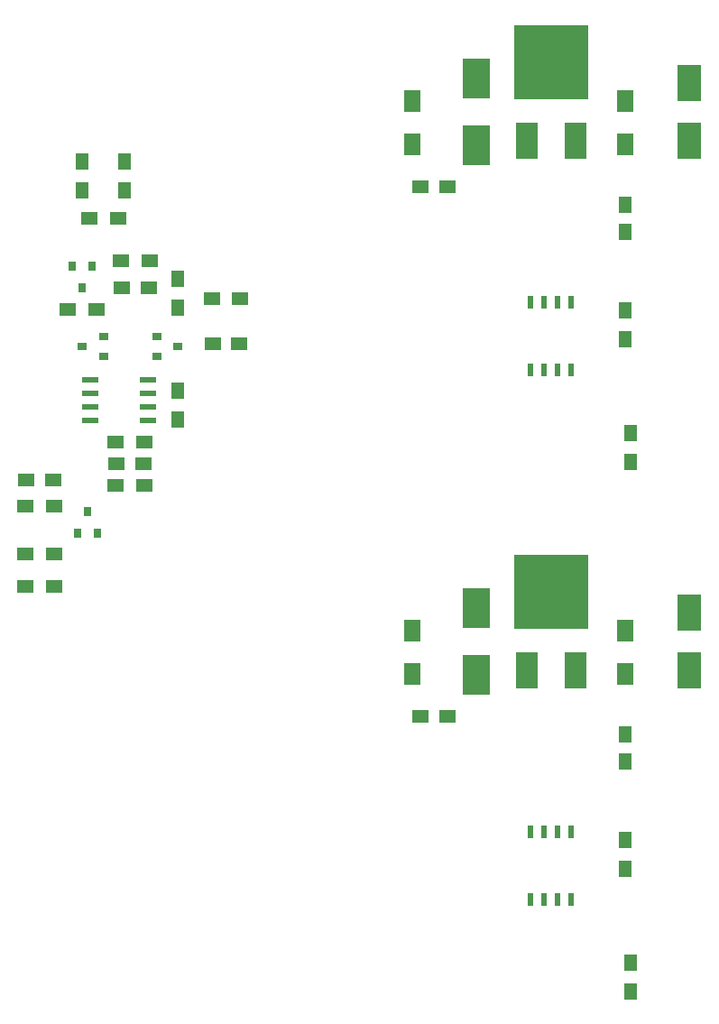
<source format=gbp>
G04 #@! TF.GenerationSoftware,KiCad,Pcbnew,(5.1.5)-3*
G04 #@! TF.CreationDate,2021-12-07T14:22:12+01:00*
G04 #@! TF.ProjectId,dual_ocxo_themis,6475616c-5f6f-4637-986f-5f7468656d69,rev?*
G04 #@! TF.SameCoordinates,Original*
G04 #@! TF.FileFunction,Paste,Bot*
G04 #@! TF.FilePolarity,Positive*
%FSLAX46Y46*%
G04 Gerber Fmt 4.6, Leading zero omitted, Abs format (unit mm)*
G04 Created by KiCad (PCBNEW (5.1.5)-3) date 2021-12-07 14:22:12*
%MOMM*%
%LPD*%
G04 APERTURE LIST*
%ADD10R,1.600000X2.000000*%
%ADD11R,1.500000X1.250000*%
%ADD12R,1.250000X1.500000*%
%ADD13R,2.500000X3.750000*%
%ADD14R,1.300000X1.500000*%
%ADD15R,2.000000X3.500000*%
%ADD16R,7.000000X7.000000*%
%ADD17R,0.508000X1.143000*%
%ADD18R,2.300000X3.500000*%
%ADD19R,1.500000X1.300000*%
%ADD20R,0.800000X0.900000*%
%ADD21R,0.900000X0.800000*%
%ADD22R,1.550000X0.600000*%
G04 APERTURE END LIST*
D10*
X114000000Y-61000000D03*
X114000000Y-57000000D03*
D11*
X97250000Y-65000000D03*
X94750000Y-65000000D03*
D10*
X94000000Y-61000000D03*
X94000000Y-57000000D03*
D12*
X114000000Y-69250000D03*
X114000000Y-66750000D03*
D13*
X100000000Y-61125000D03*
X100000000Y-54875000D03*
D14*
X114000000Y-79350000D03*
X114000000Y-76650000D03*
X114500000Y-90850000D03*
X114500000Y-88150000D03*
D15*
X109290000Y-60700000D03*
X104710000Y-60700000D03*
D16*
X106990000Y-53300000D03*
D17*
X105095000Y-82175000D03*
X106365000Y-82175000D03*
X107635000Y-82175000D03*
X108905000Y-82175000D03*
X108905000Y-75825000D03*
X107635000Y-75825000D03*
X106365000Y-75825000D03*
X105095000Y-75825000D03*
D18*
X120000000Y-60700000D03*
X120000000Y-55300000D03*
D10*
X114000000Y-110700000D03*
X114000000Y-106700000D03*
D11*
X97250000Y-114700000D03*
X94750000Y-114700000D03*
D10*
X94000000Y-110700000D03*
X94000000Y-106700000D03*
D12*
X114000000Y-118950000D03*
X114000000Y-116450000D03*
D13*
X100000000Y-110825000D03*
X100000000Y-104575000D03*
D14*
X114000000Y-129050000D03*
X114000000Y-126350000D03*
X114500000Y-140550000D03*
X114500000Y-137850000D03*
D15*
X109290000Y-110400000D03*
X104710000Y-110400000D03*
D16*
X106990000Y-103000000D03*
D17*
X105095000Y-131875000D03*
X106365000Y-131875000D03*
X107635000Y-131875000D03*
X108905000Y-131875000D03*
X108905000Y-125525000D03*
X107635000Y-125525000D03*
X106365000Y-125525000D03*
X105095000Y-125525000D03*
D18*
X120000000Y-110400000D03*
X120000000Y-105000000D03*
D11*
X77750000Y-79750000D03*
X75250000Y-79750000D03*
X66750000Y-74500000D03*
X69250000Y-74500000D03*
X60250000Y-92500000D03*
X57750000Y-92500000D03*
X66250000Y-91000000D03*
X68750000Y-91000000D03*
D14*
X67000000Y-65350000D03*
X67000000Y-62650000D03*
D19*
X63650000Y-68000000D03*
X66350000Y-68000000D03*
D14*
X63000000Y-65350000D03*
X63000000Y-62650000D03*
X72000000Y-73650000D03*
X72000000Y-76350000D03*
D19*
X75150000Y-75500000D03*
X77850000Y-75500000D03*
D14*
X72000000Y-84150000D03*
X72000000Y-86850000D03*
D19*
X66650000Y-72000000D03*
X69350000Y-72000000D03*
X60350000Y-95000000D03*
X57650000Y-95000000D03*
X60350000Y-102500000D03*
X57650000Y-102500000D03*
X60350000Y-99500000D03*
X57650000Y-99500000D03*
X64350000Y-76500000D03*
X61650000Y-76500000D03*
X68850000Y-93000000D03*
X66150000Y-93000000D03*
X68850000Y-89000000D03*
X66150000Y-89000000D03*
D20*
X62050000Y-72500000D03*
X63950000Y-72500000D03*
X63000000Y-74500000D03*
D21*
X70000000Y-80950000D03*
X70000000Y-79050000D03*
X72000000Y-80000000D03*
D20*
X64450000Y-97500000D03*
X62550000Y-97500000D03*
X63500000Y-95500000D03*
D21*
X65000000Y-79050000D03*
X65000000Y-80950000D03*
X63000000Y-80000000D03*
D22*
X69200000Y-83095000D03*
X69200000Y-84365000D03*
X69200000Y-85635000D03*
X69200000Y-86905000D03*
X63800000Y-86905000D03*
X63800000Y-85635000D03*
X63800000Y-84365000D03*
X63800000Y-83095000D03*
M02*

</source>
